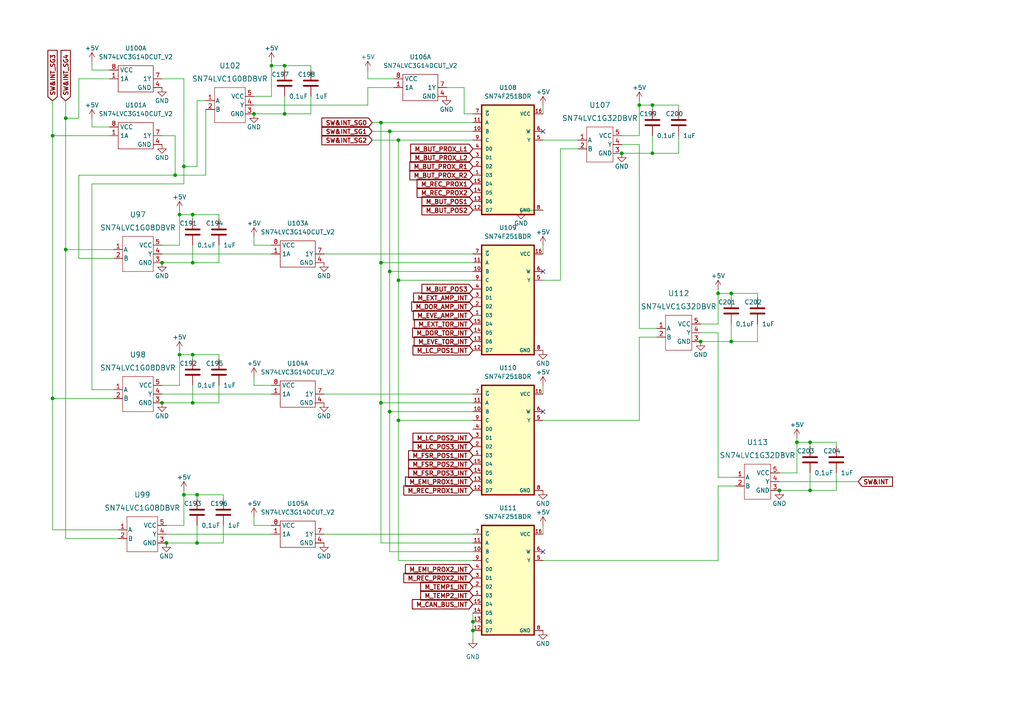
<source format=kicad_sch>
(kicad_sch (version 20211123) (generator eeschema)
  (paper "A4")
  (title_block (title "BUMBLEBEE") (date "2024-01-15") (rev "1.00") (company "ExoFlex") (comment 1 "Bumblebee"))
  (lib_symbols
    (symbol "Device:C" (pin_numbers hide) (pin_names (offset 0.254))
      (property "Reference" "C" (at 0.635 2.54 0))
      (property "Value" "C" (at 0.635 -2.54 0))
      (symbol "C_0_1"
        (polyline (pts (xy -2.032 -0.762) (xy 2.032 -0.762)) (stroke (width 0.508)))
        (polyline (pts (xy -2.032 0.762) (xy 2.032 0.762)) (stroke (width 0.508)))
      )
      (symbol "C_1_1"
        (pin passive line (at 0 3.81 270) (length 2.794) (name "~") (number "1"))
        (pin passive line (at 0 -3.81 90) (length 2.794) (name "~") (number "2"))
      )
    )
    (symbol "SymLib:SN74F251BDR" (pin_names (offset 1.016))
      (property "Reference" "U" (at -12.7 17.78 0))
      (property "Value" "SN74F251BDR" (at -12.7 -16.51 0))
      (symbol "SN74F251BDR_0_0"
        (rectangle (start -12.7 17.78) (end 2.54 -13.97) (stroke (width 0.41)) (fill (type background)))
        (pin input line (at -15.24 -2.54 0) (length 2.54) (name "D3") (number "1"))
        (pin input line (at -15.24 10.16 0) (length 2.54) (name "B") (number "10"))
        (pin input line (at -15.24 12.7 0) (length 2.54) (name "A") (number "11"))
        (pin input line (at -15.24 -12.7 0) (length 2.54) (name "D7") (number "12"))
        (pin input line (at -15.24 -10.16 0) (length 2.54) (name "D6") (number "13"))
        (pin input line (at -15.24 -7.62 0) (length 2.54) (name "D5") (number "14"))
        (pin input line (at -15.24 -5.08 0) (length 2.54) (name "D4") (number "15"))
        (pin power_in line (at 5.08 15.24 180) (length 2.54) (name "VCC") (number "16"))
        (pin input line (at -15.24 0 0) (length 2.54) (name "D2") (number "2"))
        (pin input line (at -15.24 2.54 0) (length 2.54) (name "D1") (number "3"))
        (pin input line (at -15.24 5.08 0) (length 2.54) (name "D0") (number "4"))
        (pin output line (at 5.08 7.62 180) (length 2.54) (name "Y") (number "5"))
        (pin output line (at 5.08 10.16 180) (length 2.54) (name "W") (number "6"))
        (pin input line (at -15.24 15.24 0) (length 2.54) (name "~{G}") (number "7"))
        (pin power_in line (at 5.08 -12.7 180) (length 2.54) (name "GND") (number "8"))
        (pin input line (at -15.24 7.62 0) (length 2.54) (name "C") (number "9"))
      )
    )
    (symbol "SymLib:SN74LVC1G08DBVR" (pin_names (offset 0.254))
      (property "Reference" "U" (at 25.4 10.16 0))
      (property "Value" "SN74LVC1G08DBVR" (at 25.4 7.62 0))
      (symbol "SN74LVC1G08DBVR_0_1"
        (polyline (pts (xy 20.32 -7.62) (xy 29.21 -7.62)) (stroke (width 0.127)))
        (polyline (pts (xy 20.32 2.54) (xy 20.32 -7.62)) (stroke (width 0.127)))
        (polyline (pts (xy 29.21 -7.62) (xy 29.21 2.54)) (stroke (width 0.127)))
        (polyline (pts (xy 29.21 2.54) (xy 20.32 2.54)) (stroke (width 0.127)))
        (pin input line (at 17.78 -1.27 0) (length 2.54) (name "A") (number "1"))
        (pin input line (at 17.78 -3.81 0) (length 2.54) (name "B") (number "2"))
        (pin power_in line (at 31.75 -5.08 180) (length 2.54) (name "GND") (number "3"))
        (pin output line (at 31.75 -2.54 180) (length 2.54) (name "Y") (number "4"))
        (pin power_in line (at 31.75 0 180) (length 2.54) (name "VCC") (number "5"))
      )
    )
    (symbol "SymLib:SN74LVC1G32DBVR" (pin_names (offset 0.254))
      (property "Reference" "U" (at 25.4 10.16 0))
      (property "Value" "SN74LVC1G32DBVR" (at 25.4 7.62 0))
      (symbol "SN74LVC1G32DBVR_0_1"
        (polyline (pts (xy 21.59 -7.62) (xy 29.21 -7.62)) (stroke (width 0.127)))
        (polyline (pts (xy 21.59 2.54) (xy 21.59 -7.62)) (stroke (width 0.127)))
        (polyline (pts (xy 29.21 -7.62) (xy 29.21 2.54)) (stroke (width 0.127)))
        (polyline (pts (xy 29.21 2.54) (xy 21.59 2.54)) (stroke (width 0.127)))
        (pin input line (at 19.05 -1.27 0) (length 2.54) (name "A") (number "1"))
        (pin input line (at 19.05 -3.81 0) (length 2.54) (name "B") (number "2"))
        (pin power_in line (at 31.75 -5.08 180) (length 2.54) (name "GND") (number "3"))
        (pin output line (at 31.75 -2.54 180) (length 2.54) (name "Y") (number "4"))
        (pin power_in line (at 31.75 0 180) (length 2.54) (name "VCC") (number "5"))
      )
    )
    (symbol "SymLib:SN74LVC3G14DCUT_V2"
      (property "Reference" "U" (at -3.81 5.08 0))
      (property "Value" "SN74LVC3G14DCUT_V2" (at 0 -5.08 0))
      (symbol "SN74LVC3G14DCUT_V2_0_1"
        (rectangle (start -5.08 -3.81) (end 5.08 -3.81))
        (rectangle (start -5.08 3.81) (end -5.08 -3.81))
        (rectangle (start -5.08 3.81) (end 5.08 3.81))
        (rectangle (start 5.08 3.81) (end 5.08 -3.81))
      )
      (symbol "SN74LVC3G14DCUT_V2_1_1"
        (pin bidirectional line (at -7.62 0 0) (length 2.54) (name "1A") (number "1"))
        (pin bidirectional line (at 7.62 -2.54 180) (length 2.54) (name "GND") (number "4"))
        (pin output line (at 7.62 0 180) (length 2.54) (name "1Y") (number "7"))
        (pin bidirectional line (at -7.62 2.54 0) (length 2.54) (name "VCC") (number "8"))
      )
      (symbol "SN74LVC3G14DCUT_V2_2_1"
        (pin bidirectional line (at -7.62 0 0) (length 2.54) (name "2A") (number "3"))
        (pin output line (at 7.62 0 180) (length 2.54) (name "2Y") (number "5"))
      )
      (symbol "SN74LVC3G14DCUT_V2_3_1"
        (pin output line (at 7.62 0 180) (length 2.54) (name "3Y") (number "2"))
        (pin bidirectional line (at -7.62 0 0) (length 2.54) (name "3A") (number "6"))
      )
    )
    (symbol "power:+5V" (power) (pin_names (offset 0))
      (property "Value" "+5V" (at 0 3.556 0))
      (symbol "+5V_0_1"
        (polyline (pts (xy -0.762 1.27) (xy 0 2.54)))
        (polyline (pts (xy 0 0) (xy 0 2.54)))
        (polyline (pts (xy 0 2.54) (xy 0.762 1.27)))
      )
      (symbol "+5V_1_1"
        (pin power_in line (at 0 0 90) (length 0) hide (name "+5V") (number "1"))
      )
    )
    (symbol "power:GND" (power) (pin_names (offset 0))
      (property "Value" "GND" (at 0 -3.81 0))
      (symbol "GND_0_1"
        (polyline (pts (xy 0 0) (xy 0 -1.27) (xy 1.27 -1.27) (xy 0 -2.54) (xy -1.27 -1.27) (xy 0 -1.27)))
      )
      (symbol "GND_1_1"
        (pin power_in line (at 0 0 270) (length 0) hide (name "GND") (number "1"))
      )
    )
  )
  (junction (at 115.57 40.64))
  (junction (at 50.8 50.8))
  (junction (at 78.74 19.05))
  (junction (at 113.03 119.38))
  (junction (at 15.24 39.37))
  (junction (at 113.03 38.1))
  (junction (at 234.95 128.27))
  (junction (at 189.23 30.48))
  (junction (at 19.05 34.29))
  (junction (at 137.16 182.88))
  (junction (at 52.07 102.87))
  (junction (at 115.57 81.28))
  (junction (at 55.88 76.2))
  (junction (at 46.99 76.2))
  (junction (at 208.28 85.09))
  (junction (at 137.16 180.34))
  (junction (at 212.09 85.09))
  (junction (at 55.88 102.87))
  (junction (at 82.55 33.02))
  (junction (at 110.49 35.56))
  (junction (at 110.49 116.84))
  (junction (at 212.09 99.06))
  (junction (at 46.99 116.84))
  (junction (at 82.55 19.05))
  (junction (at 203.2 99.06))
  (junction (at 180.34 44.45))
  (junction (at 226.06 142.24))
  (junction (at 19.05 72.39))
  (junction (at 53.34 143.51))
  (junction (at 55.88 116.84))
  (junction (at 53.34 48.26))
  (junction (at 55.88 62.23))
  (junction (at 57.15 157.48))
  (junction (at 73.66 33.02))
  (junction (at 57.15 143.51))
  (junction (at 115.57 121.92))
  (junction (at 185.42 30.48))
  (junction (at 234.95 142.24))
  (junction (at 110.49 76.2))
  (junction (at 15.24 115.57))
  (junction (at 48.26 157.48))
  (junction (at 189.23 44.45))
  (junction (at 113.03 78.74))
  (junction (at 52.07 62.23))
  (junction (at 231.14 128.27))
  (no_connect (at 157.48 160.02))
  (no_connect (at 157.48 119.38))
  (no_connect (at 157.48 78.74))
  (no_connect (at 157.48 38.1))
  (wire (pts (xy 93.98 114.3) (xy 137.16 114.3)))
  (wire (pts (xy 231.14 127) (xy 231.14 128.27)))
  (wire (pts (xy 189.23 31.75) (xy 189.23 30.48)))
  (wire (pts (xy 55.88 76.2) (xy 63.5 76.2)))
  (wire (pts (xy 53.34 53.34) (xy 26.67 53.34)))
  (wire (pts (xy 134.62 25.4) (xy 134.62 33.02)))
  (wire (pts (xy 73.66 111.76) (xy 78.74 111.76)))
  (wire (pts (xy 48.26 157.48) (xy 57.15 157.48)))
  (wire (pts (xy 110.49 116.84) (xy 110.49 157.48)))
  (wire (pts (xy 15.24 39.37) (xy 15.24 115.57)))
  (wire (pts (xy 110.49 157.48) (xy 137.16 157.48)))
  (wire (pts (xy 208.28 162.56) (xy 157.48 162.56)))
  (wire (pts (xy 64.77 152.4) (xy 64.77 157.48)))
  (wire (pts (xy 46.99 114.3) (xy 78.74 114.3)))
  (wire (pts (xy 15.24 153.67) (xy 34.29 153.67)))
  (wire (pts (xy 26.67 113.03) (xy 33.02 113.03)))
  (wire (pts (xy 242.57 129.54) (xy 242.57 128.27)))
  (wire (pts (xy 46.99 76.2) (xy 55.88 76.2)))
  (wire (pts (xy 73.66 30.48) (xy 106.68 30.48)))
  (wire (pts (xy 53.34 143.51) (xy 53.34 152.4)))
  (wire (pts (xy 180.34 41.91) (xy 185.42 41.91)))
  (wire (pts (xy 55.88 111.76) (xy 55.88 116.84)))
  (wire (pts (xy 115.57 81.28) (xy 115.57 121.92)))
  (wire (pts (xy 50.8 50.8) (xy 59.69 50.8)))
  (wire (pts (xy 231.14 128.27) (xy 234.95 128.27)))
  (wire (pts (xy 19.05 34.29) (xy 19.05 72.39)))
  (wire (pts (xy 134.62 33.02) (xy 137.16 33.02)))
  (wire (pts (xy 185.42 29.21) (xy 185.42 30.48)))
  (wire (pts (xy 15.24 115.57) (xy 33.02 115.57)))
  (wire (pts (xy 113.03 160.02) (xy 137.16 160.02)))
  (wire (pts (xy 46.99 22.86) (xy 53.34 22.86)))
  (wire (pts (xy 157.48 60.96) (xy 151.13 60.96)))
  (wire (pts (xy 78.74 17.78) (xy 78.74 19.05)))
  (wire (pts (xy 73.66 68.58) (xy 73.66 71.12)))
  (wire (pts (xy 22.86 22.86) (xy 31.75 22.86)))
  (wire (pts (xy 73.66 27.94) (xy 78.74 27.94)))
  (wire (pts (xy 52.07 101.6) (xy 52.07 102.87)))
  (wire (pts (xy 113.03 38.1) (xy 113.03 78.74)))
  (wire (pts (xy 26.67 36.83) (xy 31.75 36.83)))
  (wire (pts (xy 82.55 33.02) (xy 90.17 33.02)))
  (wire (pts (xy 22.86 50.8) (xy 22.86 74.93)))
  (wire (pts (xy 78.74 19.05) (xy 78.74 27.94)))
  (wire (pts (xy 106.68 20.32) (xy 106.68 22.86)))
  (wire (pts (xy 55.88 104.14) (xy 55.88 102.87)))
  (wire (pts (xy 113.03 78.74) (xy 113.03 119.38)))
  (wire (pts (xy 208.28 96.52) (xy 208.28 138.43)))
  (wire (pts (xy 73.66 71.12) (xy 78.74 71.12)))
  (wire (pts (xy 26.67 17.78) (xy 26.67 20.32)))
  (wire (pts (xy 22.86 50.8) (xy 50.8 50.8)))
  (wire (pts (xy 203.2 93.98) (xy 208.28 93.98)))
  (wire (pts (xy 185.42 97.79) (xy 185.42 121.92)))
  (wire (pts (xy 55.88 116.84) (xy 63.5 116.84)))
  (wire (pts (xy 19.05 72.39) (xy 33.02 72.39)))
  (wire (pts (xy 57.15 157.48) (xy 64.77 157.48)))
  (wire (pts (xy 208.28 85.09) (xy 212.09 85.09)))
  (wire (pts (xy 53.34 22.86) (xy 53.34 48.26)))
  (wire (pts (xy 212.09 86.36) (xy 212.09 85.09)))
  (wire (pts (xy 52.07 62.23) (xy 52.07 71.12)))
  (wire (pts (xy 50.8 39.37) (xy 50.8 50.8)))
  (wire (pts (xy 129.54 25.4) (xy 134.62 25.4)))
  (wire (pts (xy 107.95 38.1) (xy 113.03 38.1)))
  (wire (pts (xy 26.67 20.32) (xy 31.75 20.32)))
  (wire (pts (xy 226.06 139.7) (xy 248.92 139.7)))
  (wire (pts (xy 46.99 73.66) (xy 78.74 73.66)))
  (wire (pts (xy 52.07 62.23) (xy 55.88 62.23)))
  (wire (pts (xy 19.05 72.39) (xy 19.05 156.21)))
  (wire (pts (xy 213.36 140.97) (xy 208.28 140.97)))
  (wire (pts (xy 57.15 48.26) (xy 53.34 48.26)))
  (wire (pts (xy 157.48 111.76) (xy 157.48 114.3)))
  (wire (pts (xy 196.85 31.75) (xy 196.85 30.48)))
  (wire (pts (xy 64.77 143.51) (xy 57.15 143.51)))
  (wire (pts (xy 226.06 142.24) (xy 234.95 142.24)))
  (wire (pts (xy 137.16 177.8) (xy 137.16 180.34)))
  (wire (pts (xy 82.55 27.94) (xy 82.55 33.02)))
  (wire (pts (xy 59.69 29.21) (xy 57.15 29.21)))
  (wire (pts (xy 93.98 73.66) (xy 137.16 73.66)))
  (wire (pts (xy 57.15 29.21) (xy 57.15 48.26)))
  (wire (pts (xy 110.49 76.2) (xy 110.49 116.84)))
  (wire (pts (xy 137.16 182.88) (xy 137.16 185.42)))
  (wire (pts (xy 157.48 71.12) (xy 157.48 73.66)))
  (wire (pts (xy 157.48 152.4) (xy 157.48 154.94)))
  (wire (pts (xy 208.28 140.97) (xy 208.28 162.56)))
  (wire (pts (xy 219.71 86.36) (xy 219.71 85.09)))
  (wire (pts (xy 203.2 96.52) (xy 208.28 96.52)))
  (wire (pts (xy 115.57 121.92) (xy 137.16 121.92)))
  (wire (pts (xy 90.17 20.32) (xy 90.17 19.05)))
  (wire (pts (xy 185.42 30.48) (xy 189.23 30.48)))
  (wire (pts (xy 26.67 53.34) (xy 26.67 113.03)))
  (wire (pts (xy 110.49 35.56) (xy 110.49 76.2)))
  (wire (pts (xy 226.06 137.16) (xy 231.14 137.16)))
  (wire (pts (xy 115.57 40.64) (xy 115.57 81.28)))
  (wire (pts (xy 162.56 43.18) (xy 162.56 81.28)))
  (wire (pts (xy 113.03 119.38) (xy 137.16 119.38)))
  (wire (pts (xy 106.68 22.86) (xy 114.3 22.86)))
  (wire (pts (xy 26.67 34.29) (xy 26.67 36.83)))
  (wire (pts (xy 107.95 35.56) (xy 110.49 35.56)))
  (wire (pts (xy 110.49 35.56) (xy 137.16 35.56)))
  (wire (pts (xy 59.69 50.8) (xy 59.69 31.75)))
  (wire (pts (xy 22.86 22.86) (xy 22.86 34.29)))
  (wire (pts (xy 82.55 20.32) (xy 82.55 19.05)))
  (wire (pts (xy 52.07 102.87) (xy 55.88 102.87)))
  (wire (pts (xy 242.57 137.16) (xy 242.57 142.24)))
  (wire (pts (xy 52.07 60.96) (xy 52.07 62.23)))
  (wire (pts (xy 242.57 128.27) (xy 234.95 128.27)))
  (wire (pts (xy 110.49 76.2) (xy 137.16 76.2)))
  (wire (pts (xy 189.23 44.45) (xy 196.85 44.45)))
  (wire (pts (xy 180.34 44.45) (xy 189.23 44.45)))
  (wire (pts (xy 19.05 29.21) (xy 19.05 34.29)))
  (wire (pts (xy 46.99 71.12) (xy 52.07 71.12)))
  (wire (pts (xy 157.48 121.92) (xy 185.42 121.92)))
  (wire (pts (xy 208.28 138.43) (xy 213.36 138.43)))
  (wire (pts (xy 137.16 180.34) (xy 137.16 182.88)))
  (wire (pts (xy 22.86 74.93) (xy 33.02 74.93)))
  (wire (pts (xy 106.68 25.4) (xy 114.3 25.4)))
  (wire (pts (xy 157.48 40.64) (xy 167.64 40.64)))
  (wire (pts (xy 90.17 27.94) (xy 90.17 33.02)))
  (wire (pts (xy 167.64 43.18) (xy 162.56 43.18)))
  (wire (pts (xy 190.5 97.79) (xy 185.42 97.79)))
  (wire (pts (xy 107.95 40.64) (xy 115.57 40.64)))
  (wire (pts (xy 52.07 102.87) (xy 52.07 111.76)))
  (wire (pts (xy 78.74 19.05) (xy 82.55 19.05)))
  (wire (pts (xy 63.5 111.76) (xy 63.5 116.84)))
  (wire (pts (xy 212.09 99.06) (xy 219.71 99.06)))
  (wire (pts (xy 63.5 63.5) (xy 63.5 62.23)))
  (wire (pts (xy 219.71 85.09) (xy 212.09 85.09)))
  (wire (pts (xy 234.95 129.54) (xy 234.95 128.27)))
  (wire (pts (xy 55.88 63.5) (xy 55.88 62.23)))
  (wire (pts (xy 162.56 81.28) (xy 157.48 81.28)))
  (wire (pts (xy 185.42 30.48) (xy 185.42 39.37)))
  (wire (pts (xy 219.71 93.98) (xy 219.71 99.06)))
  (wire (pts (xy 63.5 102.87) (xy 55.88 102.87)))
  (wire (pts (xy 63.5 71.12) (xy 63.5 76.2)))
  (wire (pts (xy 73.66 33.02) (xy 82.55 33.02)))
  (wire (pts (xy 63.5 62.23) (xy 55.88 62.23)))
  (wire (pts (xy 46.99 111.76) (xy 52.07 111.76)))
  (wire (pts (xy 73.66 152.4) (xy 78.74 152.4)))
  (wire (pts (xy 15.24 115.57) (xy 15.24 153.67)))
  (wire (pts (xy 208.28 85.09) (xy 208.28 93.98)))
  (wire (pts (xy 90.17 19.05) (xy 82.55 19.05)))
  (wire (pts (xy 203.2 99.06) (xy 212.09 99.06)))
  (wire (pts (xy 64.77 144.78) (xy 64.77 143.51)))
  (wire (pts (xy 53.34 48.26) (xy 53.34 53.34)))
  (wire (pts (xy 19.05 156.21) (xy 34.29 156.21)))
  (wire (pts (xy 15.24 29.21) (xy 15.24 39.37)))
  (wire (pts (xy 115.57 162.56) (xy 137.16 162.56)))
  (wire (pts (xy 46.99 116.84) (xy 55.88 116.84)))
  (wire (pts (xy 115.57 40.64) (xy 137.16 40.64)))
  (wire (pts (xy 113.03 38.1) (xy 137.16 38.1)))
  (wire (pts (xy 113.03 119.38) (xy 113.03 160.02)))
  (wire (pts (xy 137.16 78.74) (xy 113.03 78.74)))
  (wire (pts (xy 73.66 149.86) (xy 73.66 152.4)))
  (wire (pts (xy 115.57 121.92) (xy 115.57 162.56)))
  (wire (pts (xy 55.88 71.12) (xy 55.88 76.2)))
  (wire (pts (xy 22.86 34.29) (xy 19.05 34.29)))
  (wire (pts (xy 110.49 116.84) (xy 137.16 116.84)))
  (wire (pts (xy 63.5 104.14) (xy 63.5 102.87)))
  (wire (pts (xy 212.09 93.98) (xy 212.09 99.06)))
  (wire (pts (xy 234.95 137.16) (xy 234.95 142.24)))
  (wire (pts (xy 53.34 143.51) (xy 57.15 143.51)))
  (wire (pts (xy 48.26 152.4) (xy 53.34 152.4)))
  (wire (pts (xy 48.26 154.94) (xy 78.74 154.94)))
  (wire (pts (xy 196.85 30.48) (xy 189.23 30.48)))
  (wire (pts (xy 196.85 39.37) (xy 196.85 44.45)))
  (wire (pts (xy 208.28 83.82) (xy 208.28 85.09)))
  (wire (pts (xy 73.66 109.22) (xy 73.66 111.76)))
  (wire (pts (xy 157.48 30.48) (xy 157.48 33.02)))
  (wire (pts (xy 57.15 144.78) (xy 57.15 143.51)))
  (wire (pts (xy 53.34 142.24) (xy 53.34 143.51)))
  (wire (pts (xy 15.24 39.37) (xy 31.75 39.37)))
  (wire (pts (xy 57.15 152.4) (xy 57.15 157.48)))
  (wire (pts (xy 115.57 81.28) (xy 137.16 81.28)))
  (wire (pts (xy 234.95 142.24) (xy 242.57 142.24)))
  (wire (pts (xy 185.42 95.25) (xy 190.5 95.25)))
  (wire (pts (xy 46.99 39.37) (xy 50.8 39.37)))
  (wire (pts (xy 189.23 39.37) (xy 189.23 44.45)))
  (wire (pts (xy 93.98 154.94) (xy 137.16 154.94)))
  (wire (pts (xy 106.68 30.48) (xy 106.68 25.4)))
  (wire (pts (xy 185.42 41.91) (xy 185.42 95.25)))
  (wire (pts (xy 231.14 128.27) (xy 231.14 137.16)))
  (wire (pts (xy 180.34 39.37) (xy 185.42 39.37)))
  (global_label "M_LC_POS3" (shape input) (at 325.12 57.15 180) (effects (font (thickness 0.254) bold)) (property "Intersheet References" "${INTERSHEET_REFS}" (effects hide)))
  (global_label "M_LC_POS1_INT" (shape input) (at 137.16 101.6 180) (effects (font bold)) (property "Intersheet References" "${INTERSHEET_REFS}" (effects hide)))
  (global_label "M_EMI_PROX2_INT" (shape input) (at 137.16 165.1 180) (effects (font bold)) (property "Intersheet References" "${INTERSHEET_REFS}" (effects hide)))
  (global_label "M_FSR_POS_LIM1" (shape input) (at 325.12 80.01 180) (effects (font (thickness 0.254) bold)) (property "Intersheet References" "${INTERSHEET_REFS}" (effects hide)))
  (global_label "M_TEMP2_INT" (shape input) (at 137.16 172.72 180) (effects (font bold)) (property "Intersheet References" "${INTERSHEET_REFS}" (effects hide)))
  (global_label "M_REC_PROX1" (shape input) (at 137.16 53.34 180) (effects (font (thickness 0.254) bold)) (property "Intersheet References" "${INTERSHEET_REFS}" (effects hide)))
  (global_label "M_DOR_TOR_INT" (shape input) (at 137.16 96.52 180) (effects (font (thickness 0.254) bold)) (property "Intersheet References" "${INTERSHEET_REFS}" (effects hide)))
  (global_label "SW&INT_SG2" (shape input) (at 107.95 40.64 180) (effects (font (thickness 0.254) bold)) (property "Intersheet References" "${INTERSHEET_REFS}" (effects hide)))
  (global_label "M_TEMP1_INT" (shape input) (at 137.16 170.18 180) (effects (font bold)) (property "Intersheet References" "${INTERSHEET_REFS}" (effects hide)))
  (global_label "M_LC_POS_LIM1" (shape input) (at 325.12 72.39 180) (effects (font (thickness 0.254) bold)) (property "Intersheet References" "${INTERSHEET_REFS}" (effects hide)))
  (global_label "POS_SG0" (shape input) (at 325.12 93.98 180) (effects (font (thickness 0.254) bold)) (property "Intersheet References" "${INTERSHEET_REFS}" (effects hide)))
  (global_label "POS_DATA" (shape input) (at 351.79 58.42 0) (effects (font bold)) (property "Intersheet References" "${INTERSHEET_REFS}" (effects hide)))
  (global_label "POS_SG2" (shape input) (at 325.12 99.06 180) (effects (font (thickness 0.254) bold)) (property "Intersheet References" "${INTERSHEET_REFS}" (effects hide)))
  (global_label "SW&INT_SG3" (shape input) (at 15.24 29.21 90) (effects (font (thickness 0.254) bold)) (property "Intersheet References" "${INTERSHEET_REFS}" (effects hide)))
  (global_label "M_REC_PROX1_INT" (shape input) (at 137.16 142.24 180) (effects (font bold)) (property "Intersheet References" "${INTERSHEET_REFS}" (effects hide)))
  (global_label "M_LC_POS3_INT" (shape input) (at 137.16 129.54 180) (effects (font bold)) (property "Intersheet References" "${INTERSHEET_REFS}" (effects hide)))
  (global_label "SW&INT_SG0" (shape input) (at 107.95 35.56 180) (effects (font (thickness 0.254) bold)) (property "Intersheet References" "${INTERSHEET_REFS}" (effects hide)))
  (global_label "M_EXT_AMP_INT" (shape input) (at 137.16 86.36 180) (effects (font (thickness 0.254) bold)) (property "Intersheet References" "${INTERSHEET_REFS}" (effects hide)))
  (global_label "M_TEMP_2" (shape input) (at 321.31 118.11 180) (effects (font bold)) (property "Intersheet References" "${INTERSHEET_REFS}" (effects hide)))
  (global_label "M_LC_POS1" (shape input) (at 325.12 52.07 180) (effects (font (thickness 0.254) bold)) (property "Intersheet References" "${INTERSHEET_REFS}" (effects hide)))
  (global_label "M_LC_POS2_INT" (shape input) (at 137.16 127 180) (effects (font bold)) (property "Intersheet References" "${INTERSHEET_REFS}" (effects hide)))
  (global_label "M_FSR_POS_LIM3" (shape input) (at 325.12 85.09 180) (effects (font (thickness 0.254) bold)) (property "Intersheet References" "${INTERSHEET_REFS}" (effects hide)))
  (global_label "M_REC_PROX2_INT" (shape input) (at 137.16 167.64 180) (effects (font bold)) (property "Intersheet References" "${INTERSHEET_REFS}" (effects hide)))
  (global_label "M_LC_POS_LIM2" (shape input) (at 325.12 74.93 180) (effects (font (thickness 0.254) bold)) (property "Intersheet References" "${INTERSHEET_REFS}" (effects hide)))
  (global_label "M_FSR_POS1_INT" (shape input) (at 137.16 132.08 180) (effects (font (thickness 0.254) bold)) (property "Intersheet References" "${INTERSHEET_REFS}" (effects hide)))
  (global_label "M_EXT_TOR_INT" (shape input) (at 137.16 93.98 180) (effects (font (thickness 0.254) bold)) (property "Intersheet References" "${INTERSHEET_REFS}" (effects hide)))
  (global_label "SW&INT" (shape input) (at 248.92 139.7 0) (effects (font (thickness 0.254) bold)) (property "Intersheet References" "${INTERSHEET_REFS}" (effects hide)))
  (global_label "M_EVE_AMP_INT" (shape input) (at 137.16 91.44 180) (effects (font (thickness 0.254) bold)) (property "Intersheet References" "${INTERSHEET_REFS}" (effects hide)))
  (global_label "M_EMI_PROX1_INT" (shape input) (at 137.16 139.7 180) (effects (font bold)) (property "Intersheet References" "${INTERSHEET_REFS}" (effects hide)))
  (global_label "M_BUT_PROX_R1" (shape input) (at 137.16 48.26 180) (effects (font (thickness 0.254) bold)) (property "Intersheet References" "${INTERSHEET_REFS}" (effects hide)))
  (global_label "M_EVE_TOR_INT" (shape input) (at 137.16 99.06 180) (effects (font (thickness 0.254) bold)) (property "Intersheet References" "${INTERSHEET_REFS}" (effects hide)))
  (global_label "TEMP_DATA" (shape input) (at 383.54 120.65 0) (effects (font bold)) (property "Intersheet References" "${INTERSHEET_REFS}" (effects hide)))
  (global_label "TEMP_SG0" (shape input) (at 321.31 138.43 180) (effects (font (thickness 0.254) bold)) (property "Intersheet References" "${INTERSHEET_REFS}" (effects hide)))
  (global_label "M_REC_PROX2" (shape input) (at 137.16 55.88 180) (effects (font (thickness 0.254) bold)) (property "Intersheet References" "${INTERSHEET_REFS}" (effects hide)))
  (global_label "M_LC_POS_LIM3" (shape input) (at 325.12 77.47 180) (effects (font (thickness 0.254) bold)) (property "Intersheet References" "${INTERSHEET_REFS}" (effects hide)))
  (global_label "M_BUT_PROX_R2" (shape input) (at 137.16 50.8 180) (effects (font (thickness 0.254) bold)) (property "Intersheet References" "${INTERSHEET_REFS}" (effects hide)))
  (global_label "M_FSR_POS2_INT" (shape input) (at 137.16 134.62 180) (effects (font (thickness 0.254) bold)) (property "Intersheet References" "${INTERSHEET_REFS}" (effects hide)))
  (global_label "M_BUT_POS3" (shape input) (at 137.16 83.82 180) (effects (font (thickness 0.254) bold)) (property "Intersheet References" "${INTERSHEET_REFS}" (effects hide)))
  (global_label "SW&INT_SG4" (shape input) (at 19.05 29.21 90) (effects (font (thickness 0.254) bold)) (property "Intersheet References" "${INTERSHEET_REFS}" (effects hide)))
  (global_label "M_TEMP_LIM1" (shape input) (at 321.31 125.73 180) (effects (font bold)) (property "Intersheet References" "${INTERSHEET_REFS}" (effects hide)))
  (global_label "M_FSR_POS3_INT" (shape input) (at 137.16 137.16 180) (effects (font (thickness 0.254) bold)) (property "Intersheet References" "${INTERSHEET_REFS}" (effects hide)))
  (global_label "M_DOR_AMP_INT" (shape input) (at 137.16 88.9 180) (effects (font (thickness 0.254) bold)) (property "Intersheet References" "${INTERSHEET_REFS}" (effects hide)))
  (global_label "M_BUT_PROX_L2" (shape input) (at 137.16 45.72 180) (effects (font (thickness 0.254) bold)) (property "Intersheet References" "${INTERSHEET_REFS}" (effects hide)))
  (global_label "M_TEMP_LIM1" (shape input) (at 321.31 128.27 180) (effects (font bold)) (property "Intersheet References" "${INTERSHEET_REFS}" (effects hide)))
  (global_label "M_TEMP_1" (shape input) (at 321.31 115.57 180) (effects (font bold)) (property "Intersheet References" "${INTERSHEET_REFS}" (effects hide)))
  (global_label "M_CAN_BUS_INT" (shape input) (at 137.16 175.26 180) (effects (font bold)) (property "Intersheet References" "${INTERSHEET_REFS}" (effects hide)))
  (global_label "M_FSR_POS_LIM2" (shape input) (at 325.12 82.55 180) (effects (font (thickness 0.254) bold)) (property "Intersheet References" "${INTERSHEET_REFS}" (effects hide)))
  (global_label "M_BUT_POS1" (shape input) (at 137.16 58.42 180) (effects (font (thickness 0.254) bold)) (property "Intersheet References" "${INTERSHEET_REFS}" (effects hide)))
  (global_label "TEMP_LIM_DATA" (shape input) (at 383.54 132.08 0) (effects (font bold)) (property "Intersheet References" "${INTERSHEET_REFS}" (effects hide)))
  (global_label "M_LC_POS2" (shape input) (at 325.12 54.61 180) (effects (font (thickness 0.254) bold)) (property "Intersheet References" "${INTERSHEET_REFS}" (effects hide)))
  (global_label "M_BUT_PROX_L1" (shape input) (at 137.16 43.18 180) (effects (font (thickness 0.254) bold)) (property "Intersheet References" "${INTERSHEET_REFS}" (effects hide)))
  (global_label "M_FSR_POS1" (shape input) (at 325.12 59.69 180) (effects (font (thickness 0.254) bold)) (property "Intersheet References" "${INTERSHEET_REFS}" (effects hide)))
  (global_label "POS_SG1" (shape input) (at 325.12 96.52 180) (effects (font (thickness 0.254) bold)) (property "Intersheet References" "${INTERSHEET_REFS}" (effects hide)))
  (global_label "M_FSR_POS3" (shape input) (at 325.12 64.77 180) (effects (font (thickness 0.254) bold)) (property "Intersheet References" "${INTERSHEET_REFS}" (effects hide)))
  (global_label "M_FSR_POS2" (shape input) (at 325.12 62.23 180) (effects (font (thickness 0.254) bold)) (property "Intersheet References" "${INTERSHEET_REFS}" (effects hide)))
  (global_label "POS_LIM_DATA" (shape input) (at 351.79 78.74 0) (effects (font bold)) (property "Intersheet References" "${INTERSHEET_REFS}" (effects hide)))
  (global_label "SW&INT_SG1" (shape input) (at 107.95 38.1 180) (effects (font (thickness 0.254) bold)) (property "Intersheet References" "${INTERSHEET_REFS}" (effects hide)))
  (global_label "M_BUT_POS2" (shape input) (at 137.16 60.96 180) (effects (font (thickness 0.254) bold)) (property "Intersheet References" "${INTERSHEET_REFS}" (effects hide)))
  (symbol (lib_id "power:+5V") (at 106.68 20.32 0) (unit 1)
    (property "Reference" "#PWR0491" (effects hide))
    (property "Value" "+5V" (at 106.68 16.51 0))
  )
  (symbol (lib_id "Device:C") (at 234.95 133.35 0) (unit 1)
    (property "Reference" "C203" (at 231.14 130.81 0) (effects (justify left)))
    (property "Value" "0,1uF" (at 236.22 137.16 0) (effects (justify left)))
    (property "Footprint" "Capacitor_SMD:C_0603_1608Metric" (effects hide))
  )
  (symbol (lib_id "power:GND") (at 203.2 99.06 0) (unit 1)
    (property "Reference" "#PWR0504" (effects hide))
    (property "Value" "GND" (at 203.2 102.87 0))
  )
  (symbol (lib_id "Device:C") (at 63.5 107.95 0) (unit 1)
    (property "Reference" "C195" (at 59.69 105.41 0) (effects (justify left)))
    (property "Value" "1uF" (at 64.77 111.76 0) (effects (justify left)))
    (property "Footprint" "Capacitor_SMD:C_0603_1608Metric" (effects hide))
  )
  (symbol (lib_id "SymLib:SN74LVC3G14DCUT_V2") (at 121.92 25.4 0) (unit 1)
    (property "Reference" "U106" (at 121.92 16.51 0))
    (property "Value" "SN74LVC3G14DCUT_V2" (at 121.92 19.05 0))
    (property "Footprint" "FootPrint:SN74LVC3G14DCUT" (effects hide))
  )
  (symbol (lib_id "SymLib:SN74LVC1G08DBVR") (at 16.51 152.4 0) (unit 1)
    (property "Reference" "U99" (at 41.275 143.51 0) (effects (font (size 1.524 1.524))))
    (property "Value" "SN74LVC1G08DBVR" (at 41.275 147.32 0) (effects (font (size 1.524 1.524))))
    (property "Footprint" "FootPrint:SOT95P270X145-5N" (effects hide))
  )
  (symbol (lib_id "power:+5V") (at 157.48 30.48 0) (unit 1)
    (property "Reference" "#PWR0495" (effects hide))
    (property "Value" "+5V" (at 157.48 26.67 0))
  )
  (symbol (lib_id "power:GND") (at 93.98 157.48 0) (unit 1)
    (property "Reference" "#PWR0490" (effects hide))
    (property "Value" "GND" (at 93.98 161.29 0))
  )
  (symbol (lib_id "Device:C") (at 64.77 148.59 0) (unit 1)
    (property "Reference" "C196" (at 60.96 146.05 0) (effects (justify left)))
    (property "Value" "1uF" (at 66.04 152.4 0) (effects (justify left)))
    (property "Footprint" "Capacitor_SMD:C_0603_1608Metric" (effects hide))
  )
  (symbol (lib_id "power:+5V") (at 52.07 60.96 0) (unit 1)
    (property "Reference" "#PWR0480" (effects hide))
    (property "Value" "+5V" (at 52.07 57.15 0))
  )
  (symbol (lib_id "power:GND") (at 93.98 116.84 0) (unit 1)
    (property "Reference" "#PWR0489" (effects hide))
    (property "Value" "GND" (at 93.98 120.65 0))
  )
  (symbol (lib_id "Device:C") (at 55.88 67.31 0) (unit 1)
    (property "Reference" "C191" (at 52.07 64.77 0) (effects (justify left)))
    (property "Value" "0,1uF" (at 57.15 71.12 0) (effects (justify left)))
    (property "Footprint" "Capacitor_SMD:C_0603_1608Metric" (effects hide))
  )
  (symbol (lib_id "power:GND") (at 157.48 101.6 0) (unit 1)
    (property "Reference" "#PWR0497" (effects hide))
    (property "Value" "GND" (at 157.48 105.41 0))
  )
  (symbol (lib_id "power:GND") (at 46.99 41.91 0) (unit 1)
    (property "Reference" "#PWR0476" (effects hide))
    (property "Value" "GND" (at 46.99 45.72 0))
  )
  (symbol (lib_id "power:GND") (at 157.48 142.24 0) (unit 1)
    (property "Reference" "#PWR0499" (effects hide))
    (property "Value" "GND" (at 157.48 146.05 0))
  )
  (symbol (lib_id "Device:C") (at 90.17 24.13 0) (unit 1)
    (property "Reference" "C198" (at 86.36 21.59 0) (effects (justify left)))
    (property "Value" "1uF" (at 91.44 27.94 0) (effects (justify left)))
    (property "Footprint" "Capacitor_SMD:C_0603_1608Metric" (effects hide))
  )
  (symbol (lib_id "power:+5V") (at 52.07 101.6 0) (unit 1)
    (property "Reference" "#PWR0481" (effects hide))
    (property "Value" "+5V" (at 52.07 97.79 0))
  )
  (symbol (lib_id "SymLib:SN74LVC3G14DCUT_V2") (at 86.36 114.3 0) (unit 1)
    (property "Reference" "U104" (at 86.36 105.41 0))
    (property "Value" "SN74LVC3G14DCUT_V2" (at 86.36 107.95 0))
    (property "Footprint" "FootPrint:SN74LVC3G14DCUT" (effects hide))
  )
  (symbol (lib_id "power:GND") (at 46.99 76.2 0) (unit 1)
    (property "Reference" "#PWR0477" (effects hide))
    (property "Value" "GND" (at 46.99 80.01 0))
  )
  (symbol (lib_id "power:+5V") (at 73.66 109.22 0) (unit 1)
    (property "Reference" "#PWR0485" (effects hide))
    (property "Value" "+5V" (at 73.66 105.41 0))
  )
  (symbol (lib_id "Device:C") (at 219.71 90.17 0) (unit 1)
    (property "Reference" "C202" (at 215.9 87.63 0) (effects (justify left)))
    (property "Value" "1uF" (at 220.98 93.98 0) (effects (justify left)))
    (property "Footprint" "Capacitor_SMD:C_0603_1608Metric" (effects hide))
  )
  (symbol (lib_id "SymLib:SN74F251BDR") (at 152.4 170.18 0) (unit 1)
    (property "Reference" "U111" (at 147.32 147.32 0))
    (property "Value" "SN74F251BDR" (at 147.32 149.86 0))
    (property "Footprint" "FootPrint:SOIC127P600X175-16N" (effects hide))
  )
  (symbol (lib_id "SymLib:SN74LVC1G08DBVR") (at 41.91 27.94 0) (unit 1)
    (property "Reference" "U102" (at 66.675 19.05 0) (effects (font (size 1.524 1.524))))
    (property "Value" "SN74LVC1G08DBVR" (at 66.675 22.86 0) (effects (font (size 1.524 1.524))))
    (property "Footprint" "FootPrint:SOT95P270X145-5N" (effects hide))
  )
  (symbol (lib_id "power:GND") (at 129.54 27.94 0) (unit 1)
    (property "Reference" "#PWR0492" (effects hide))
    (property "Value" "GND" (at 129.54 31.75 0))
  )
  (symbol (lib_id "SymLib:SN74F251BDR") (at 152.4 129.54 0) (unit 1)
    (property "Reference" "U110" (at 147.32 106.68 0))
    (property "Value" "SN74F251BDR" (at 147.32 109.22 0))
    (property "Footprint" "FootPrint:SOIC127P600X175-16N" (effects hide))
  )
  (symbol (lib_id "power:GND") (at 151.13 60.96 0) (unit 1)
    (property "Reference" "#PWR0494" (effects hide))
    (property "Value" "GND" (at 151.13 64.77 0))
  )
  (symbol (lib_id "Device:C") (at 242.57 133.35 0) (unit 1)
    (property "Reference" "C204" (at 238.76 130.81 0) (effects (justify left)))
    (property "Value" "1uF" (at 243.84 137.16 0) (effects (justify left)))
    (property "Footprint" "Capacitor_SMD:C_0603_1608Metric" (effects hide))
  )
  (symbol (lib_id "SymLib:SN74LVC1G32DBVR") (at 171.45 93.98 0) (unit 1)
    (property "Reference" "U112" (at 196.85 85.09 0) (effects (font (size 1.524 1.524))))
    (property "Value" "SN74LVC1G32DBVR" (at 196.85 88.9 0) (effects (font (size 1.524 1.524))))
    (property "Footprint" "FootPrint:SOT95P270X145-5N" (effects hide))
  )
  (symbol (lib_id "SymLib:SN74LVC3G14DCUT_V2") (at 86.36 154.94 0) (unit 1)
    (property "Reference" "U105" (at 86.36 146.05 0))
    (property "Value" "SN74LVC3G14DCUT_V2" (at 86.36 148.59 0))
    (property "Footprint" "FootPrint:SN74LVC3G14DCUT" (effects hide))
  )
  (symbol (lib_id "SymLib:SN74LVC1G08DBVR") (at 15.24 71.12 0) (unit 1)
    (property "Reference" "U97" (at 40.005 62.23 0) (effects (font (size 1.524 1.524))))
    (property "Value" "SN74LVC1G08DBVR" (at 40.005 66.04 0) (effects (font (size 1.524 1.524))))
    (property "Footprint" "FootPrint:SOT95P270X145-5N" (effects hide))
  )
  (symbol (lib_id "power:GND") (at 137.16 185.42 0) (unit 1)
    (property "Reference" "#PWR0493" (effects hide))
    (property "Value" "GND" (at 137.16 190.5 0))
  )
  (symbol (lib_id "power:+5V") (at 157.48 152.4 0) (unit 1)
    (property "Reference" "#PWR0500" (effects hide))
    (property "Value" "+5V" (at 157.48 148.59 0))
  )
  (symbol (lib_id "power:+5V") (at 157.48 111.76 0) (unit 1)
    (property "Reference" "#PWR0498" (effects hide))
    (property "Value" "+5V" (at 157.48 107.95 0))
  )
  (symbol (lib_id "power:GND") (at 46.99 116.84 0) (unit 1)
    (property "Reference" "#PWR0478" (effects hide))
    (property "Value" "GND" (at 46.99 120.65 0))
  )
  (symbol (lib_id "power:+5V") (at 157.48 71.12 0) (unit 1)
    (property "Reference" "#PWR0496" (effects hide))
    (property "Value" "+5V" (at 157.48 67.31 0))
  )
  (symbol (lib_id "Device:C") (at 82.55 24.13 0) (unit 1)
    (property "Reference" "C197" (at 78.74 21.59 0) (effects (justify left)))
    (property "Value" "0,1uF" (at 83.82 27.94 0) (effects (justify left)))
    (property "Footprint" "Capacitor_SMD:C_0603_1608Metric" (effects hide))
  )
  (symbol (lib_id "power:+5V") (at 78.74 17.78 0) (unit 1)
    (property "Reference" "#PWR0487" (effects hide))
    (property "Value" "+5V" (at 78.74 13.97 0))
  )
  (symbol (lib_id "Device:C") (at 63.5 67.31 0) (unit 1)
    (property "Reference" "C194" (at 59.69 64.77 0) (effects (justify left)))
    (property "Value" "1uF" (at 64.77 71.12 0) (effects (justify left)))
    (property "Footprint" "Capacitor_SMD:C_0603_1608Metric" (effects hide))
  )
  (symbol (lib_id "Device:C") (at 212.09 90.17 0) (unit 1)
    (property "Reference" "C201" (at 208.28 87.63 0) (effects (justify left)))
    (property "Value" "0,1uF" (at 213.36 93.98 0) (effects (justify left)))
    (property "Footprint" "Capacitor_SMD:C_0603_1608Metric" (effects hide))
  )
  (symbol (lib_id "power:GND") (at 180.34 44.45 0) (unit 1)
    (property "Reference" "#PWR0502" (effects hide))
    (property "Value" "GND" (at 180.34 48.26 0))
  )
  (symbol (lib_id "power:+5V") (at 26.67 34.29 0) (unit 1)
    (property "Reference" "#PWR0474" (effects hide))
    (property "Value" "+5V" (at 26.67 30.48 0))
  )
  (symbol (lib_id "SymLib:SN74LVC3G14DCUT_V2") (at 86.36 73.66 0) (unit 1)
    (property "Reference" "U103" (at 86.36 64.77 0))
    (property "Value" "SN74LVC3G14DCUT_V2" (at 86.36 67.31 0))
    (property "Footprint" "FootPrint:SN74LVC3G14DCUT" (effects hide))
  )
  (symbol (lib_id "SymLib:SN74LVC3G14DCUT_V2") (at 39.37 39.37 0) (unit 1)
    (property "Reference" "U101" (at 39.37 30.48 0))
    (property "Value" "SN74LVC3G14DCUT_V2" (at 39.37 33.02 0))
    (property "Footprint" "FootPrint:SN74LVC3G14DCUT" (effects hide))
  )
  (symbol (lib_id "SymLib:SN74LVC1G32DBVR") (at 194.31 137.16 0) (unit 1)
    (property "Reference" "U113" (at 219.71 128.27 0) (effects (font (size 1.524 1.524))))
    (property "Value" "SN74LVC1G32DBVR" (at 219.71 132.08 0) (effects (font (size 1.524 1.524))))
    (property "Footprint" "FootPrint:SOT95P270X145-5N" (effects hide))
  )
  (symbol (lib_id "power:+5V") (at 231.14 127 0) (unit 1)
    (property "Reference" "#PWR0507" (effects hide))
    (property "Value" "+5V" (at 231.14 123.19 0))
  )
  (symbol (lib_id "power:+5V") (at 73.66 68.58 0) (unit 1)
    (property "Reference" "#PWR0484" (effects hide))
    (property "Value" "+5V" (at 73.66 64.77 0))
  )
  (symbol (lib_id "Device:C") (at 55.88 107.95 0) (unit 1)
    (property "Reference" "C192" (at 52.07 105.41 0) (effects (justify left)))
    (property "Value" "0,1uF" (at 57.15 111.76 0) (effects (justify left)))
    (property "Footprint" "Capacitor_SMD:C_0603_1608Metric" (effects hide))
  )
  (symbol (lib_id "SymLib:SN74LVC1G08DBVR") (at 15.24 111.76 0) (unit 1)
    (property "Reference" "U98" (at 40.005 102.87 0) (effects (font (size 1.524 1.524))))
    (property "Value" "SN74LVC1G08DBVR" (at 40.005 106.68 0) (effects (font (size 1.524 1.524))))
    (property "Footprint" "FootPrint:SOT95P270X145-5N" (effects hide))
  )
  (symbol (lib_id "power:GND") (at 73.66 33.02 0) (unit 1)
    (property "Reference" "#PWR0483" (effects hide))
    (property "Value" "GND" (at 73.66 36.83 0))
  )
  (symbol (lib_id "Device:C") (at 57.15 148.59 0) (unit 1)
    (property "Reference" "C193" (at 53.34 146.05 0) (effects (justify left)))
    (property "Value" "0,1uF" (at 58.42 152.4 0) (effects (justify left)))
    (property "Footprint" "Capacitor_SMD:C_0603_1608Metric" (effects hide))
  )
  (symbol (lib_id "Device:C") (at 189.23 35.56 0) (unit 1)
    (property "Reference" "C199" (at 185.42 33.02 0) (effects (justify left)))
    (property "Value" "0,1uF" (at 190.5 39.37 0) (effects (justify left)))
    (property "Footprint" "Capacitor_SMD:C_0603_1608Metric" (effects hide))
  )
  (symbol (lib_id "power:+5V") (at 185.42 29.21 0) (unit 1)
    (property "Reference" "#PWR0503" (effects hide))
    (property "Value" "+5V" (at 185.42 25.4 0))
  )
  (symbol (lib_id "power:GND") (at 93.98 76.2 0) (unit 1)
    (property "Reference" "#PWR0488" (effects hide))
    (property "Value" "GND" (at 93.98 80.01 0))
  )
  (symbol (lib_id "power:GND") (at 157.48 182.88 0) (unit 1)
    (property "Reference" "#PWR0501" (effects hide))
    (property "Value" "GND" (at 157.48 186.69 0))
  )
  (symbol (lib_id "Device:C") (at 196.85 35.56 0) (unit 1)
    (property "Reference" "C200" (at 193.04 33.02 0) (effects (justify left)))
    (property "Value" "1uF" (at 198.12 39.37 0) (effects (justify left)))
    (property "Footprint" "Capacitor_SMD:C_0603_1608Metric" (effects hide))
  )
  (symbol (lib_id "power:GND") (at 48.26 157.48 0) (unit 1)
    (property "Reference" "#PWR0479" (effects hide))
    (property "Value" "GND" (at 48.26 161.29 0))
  )
  (symbol (lib_id "SymLib:SN74LVC1G32DBVR") (at 148.59 39.37 0) (unit 1)
    (property "Reference" "U107" (at 173.99 30.48 0) (effects (font (size 1.524 1.524))))
    (property "Value" "SN74LVC1G32DBVR" (at 173.99 34.29 0) (effects (font (size 1.524 1.524))))
    (property "Footprint" "FootPrint:SOT95P270X145-5N" (effects hide))
  )
  (symbol (lib_id "SymLib:SN74LVC3G14DCUT_V2") (at 39.37 22.86 0) (unit 1)
    (property "Reference" "U100" (at 39.37 13.97 0))
    (property "Value" "SN74LVC3G14DCUT_V2" (at 39.37 16.51 0))
    (property "Footprint" "FootPrint:SN74LVC3G14DCUT" (effects hide))
  )
  (symbol (lib_id "power:GND") (at 46.99 25.4 0) (unit 1)
    (property "Reference" "#PWR0475" (effects hide))
    (property "Value" "GND" (at 46.99 29.21 0))
  )
  (symbol (lib_id "power:+5V") (at 208.28 83.82 0) (unit 1)
    (property "Reference" "#PWR0505" (effects hide))
    (property "Value" "+5V" (at 208.28 80.01 0))
  )
  (symbol (lib_id "power:+5V") (at 73.66 149.86 0) (unit 1)
    (property "Reference" "#PWR0486" (effects hide))
    (property "Value" "+5V" (at 73.66 146.05 0))
  )
  (symbol (lib_id "power:+5V") (at 26.67 17.78 0) (unit 1)
    (property "Reference" "#PWR0450" (effects hide))
    (property "Value" "+5V" (at 26.67 13.97 0))
  )
  (symbol (lib_id "power:GND") (at 226.06 142.24 0) (unit 1)
    (property "Reference" "#PWR0506" (effects hide))
    (property "Value" "GND" (at 226.06 146.05 0))
  )
  (symbol (lib_id "SymLib:SN74F251BDR") (at 152.4 88.9 0) (unit 1)
    (property "Reference" "U109" (at 147.32 66.04 0))
    (property "Value" "SN74F251BDR" (at 147.32 68.58 0))
    (property "Footprint" "FootPrint:SOIC127P600X175-16N" (effects hide))
  )
  (symbol (lib_id "power:+5V") (at 53.34 142.24 0) (unit 1)
    (property "Reference" "#PWR0482" (effects hide))
    (property "Value" "+5V" (at 53.34 138.43 0))
  )
  (symbol (lib_id "SymLib:SN74F251BDR") (at 152.4 48.26 0) (unit 1)
    (property "Reference" "U108" (at 147.32 25.4 0))
    (property "Value" "SN74F251BDR" (at 147.32 27.94 0))
    (property "Footprint" "FootPrint:SOIC127P600X175-16N" (effects hide))
  )
)
</source>
